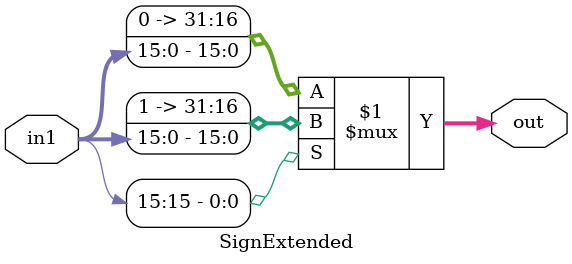
<source format=v>
module SignExtended (
    input wire [15:0] in1,
    output wire [31:0] out
);

    assign out = (in1[15])? {{16{1'b1}}, in1}: {{16{1'b0}}, in1};

endmodule
</source>
